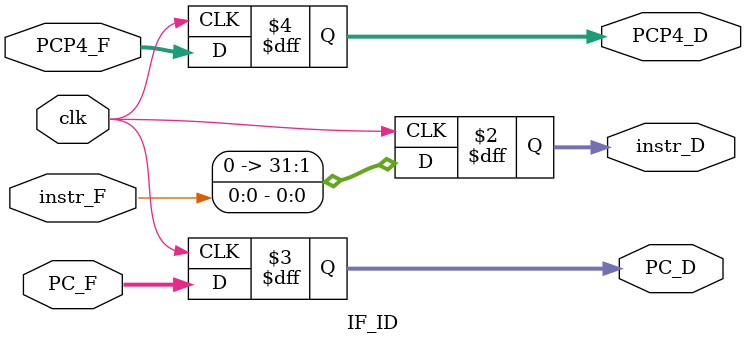
<source format=sv>
module IF_ID #(
    parameter WIDTH = 32
)(
    input logic clk,
    input logic instr_F, // from instruction memory port RD
    input logic [WIDTH - 1:0] PC_F,
    input logic [WIDTH - 1:0] PCP4_F, // PC plus 4
    output logic [WIDTH - 1:0] instr_D,
    output logic [WIDTH - 1:0] PC_D,
    output logic [WIDTH - 1:0] PCP4_D,
);

    always_ff @(posedge clk) begin
        instr_D <= instr_F;
        PC_D <= PC_F;
        PCP4_D <= PCP4_F;
    end

endmodule

</source>
